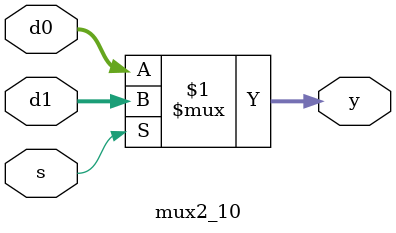
<source format=v>
module mux2_10 #(parameter WIDTH =32)
    (input [WIDTH-1:0] d0,d1,
     input s,
     output [WIDTH-1:0] y);
    assign y= s ? d1:d0;
endmodule
</source>
